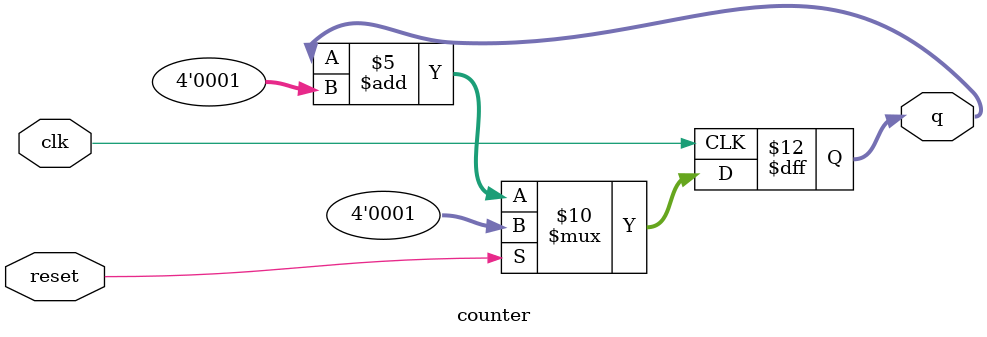
<source format=v>
module counter( 
    input clk,
    input reset,
    output reg [3:0] q
); 
// update q on the positive edge of the clock according to the following cases:
// on reset, assign q to 1
// else if q is 12, assign q to 1
// else, increment q by 1 
always @(posedge clk) 
if(reset | q == 12'hc0) 
	q <= 4'h1; 
else if (q == 8'hf0)
	q <= 4'hf;
	else
	q <= q + 4'h1;	
endmodule

</source>
